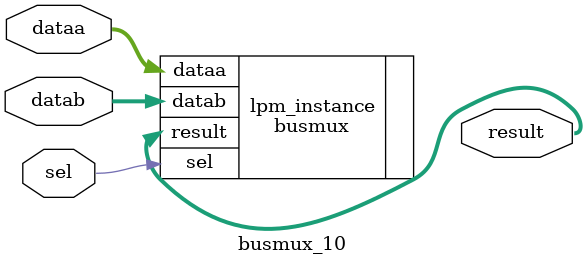
<source format=v>



module busmux_10(sel,dataa,datab,result);
input sel;
input [6:0] dataa;
input [6:0] datab;
output [6:0] result;

busmux	lpm_instance(.sel(sel),.dataa(dataa),.datab(datab),.result(result));
	defparam	lpm_instance.width = 7;

endmodule

</source>
